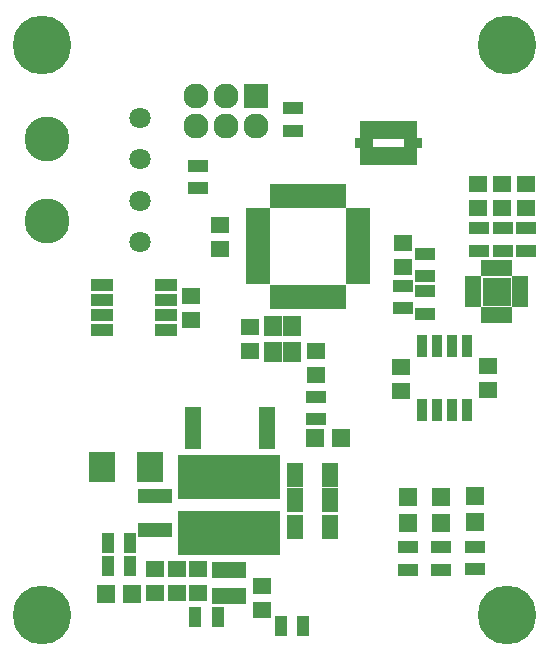
<source format=gbr>
G04 #@! TF.FileFunction,Soldermask,Top*
%FSLAX46Y46*%
G04 Gerber Fmt 4.6, Leading zero omitted, Abs format (unit mm)*
G04 Created by KiCad (PCBNEW 4.0.7-e2-6376~58~ubuntu16.04.1) date Sun Sep  2 10:05:10 2018*
%MOMM*%
%LPD*%
G01*
G04 APERTURE LIST*
%ADD10C,0.100000*%
%ADD11C,4.972000*%
%ADD12C,1.797000*%
%ADD13C,3.800000*%
%ADD14R,0.958800X1.949400*%
%ADD15R,1.650000X1.400000*%
%ADD16R,1.400000X2.000000*%
%ADD17R,2.178000X2.559000*%
%ADD18R,1.600000X1.600000*%
%ADD19R,2.900000X1.300000*%
%ADD20R,2.000000X0.950000*%
%ADD21R,0.950000X2.000000*%
%ADD22R,8.600000X3.700000*%
%ADD23R,2.127200X2.127200*%
%ADD24O,2.127200X2.127200*%
%ADD25R,1.700000X1.100000*%
%ADD26R,1.100000X1.700000*%
%ADD27R,1.400000X3.600000*%
%ADD28R,1.050000X1.460000*%
%ADD29R,1.950000X1.000000*%
%ADD30R,1.545000X0.950000*%
%ADD31R,0.950000X1.545000*%
%ADD32R,1.400000X0.750000*%
%ADD33R,0.750000X1.400000*%
%ADD34R,2.350000X2.350000*%
%ADD35R,1.600000X1.800000*%
G04 APERTURE END LIST*
D10*
D11*
X85984100Y-116692500D03*
X46614100Y-116692500D03*
X85984100Y-68432500D03*
X46614100Y-68432500D03*
D12*
X54869100Y-85112500D03*
X54869100Y-74612500D03*
D13*
X46959100Y-76362500D03*
D12*
X54869100Y-81612500D03*
X54869100Y-78112500D03*
D13*
X46959100Y-83362500D03*
D14*
X82524600Y-93962800D03*
X81254600Y-93962800D03*
X79984600Y-93962800D03*
X78714600Y-93962800D03*
X78714600Y-99322200D03*
X79984600Y-99322200D03*
X81254600Y-99322200D03*
X82524600Y-99322200D03*
D15*
X77000100Y-95706000D03*
X77000100Y-97706000D03*
X84302600Y-97642500D03*
X84302600Y-95642500D03*
X59784000Y-112838000D03*
X59784000Y-114838000D03*
X57984000Y-112838000D03*
X57984000Y-114838000D03*
X56184000Y-112838000D03*
X56184000Y-114838000D03*
X65214500Y-116282500D03*
X65214500Y-114282500D03*
D16*
X67965000Y-109291000D03*
X70965000Y-109291000D03*
X67965000Y-107005000D03*
X70965000Y-107005000D03*
X67965000Y-104846000D03*
X70965000Y-104846000D03*
D15*
X59196000Y-89694000D03*
X59196000Y-91694000D03*
X61633100Y-83688500D03*
X61633100Y-85688500D03*
X77127100Y-87212500D03*
X77127100Y-85212500D03*
X83477100Y-82212000D03*
X83477100Y-80212000D03*
X85509100Y-82212000D03*
X85509100Y-80212000D03*
X87541100Y-82212000D03*
X87541100Y-80212000D03*
X69761100Y-94372500D03*
X69761100Y-96372500D03*
X64173100Y-92340500D03*
X64173100Y-94340500D03*
D17*
X51652000Y-104138000D03*
X55716000Y-104138000D03*
D18*
X51984000Y-114938000D03*
X54184000Y-114938000D03*
X77567100Y-106743900D03*
X77567100Y-108943900D03*
X80361100Y-106743900D03*
X80361100Y-108943900D03*
X83223100Y-106591500D03*
X83223100Y-108791500D03*
X69677100Y-101722500D03*
X71877100Y-101722500D03*
D19*
X56114500Y-109532500D03*
X56114500Y-106632500D03*
D20*
X64852000Y-82687000D03*
X64852000Y-83487000D03*
X64852000Y-84287000D03*
X64852000Y-85087000D03*
X64852000Y-85887000D03*
X64852000Y-86687000D03*
X64852000Y-87487000D03*
X64852000Y-88287000D03*
D21*
X66302000Y-89737000D03*
X67102000Y-89737000D03*
X67902000Y-89737000D03*
X68702000Y-89737000D03*
X69502000Y-89737000D03*
X70302000Y-89737000D03*
X71102000Y-89737000D03*
X71902000Y-89737000D03*
D20*
X73352000Y-88287000D03*
X73352000Y-87487000D03*
X73352000Y-86687000D03*
X73352000Y-85887000D03*
X73352000Y-85087000D03*
X73352000Y-84287000D03*
X73352000Y-83487000D03*
X73352000Y-82687000D03*
D21*
X71902000Y-81237000D03*
X71102000Y-81237000D03*
X70302000Y-81237000D03*
X69502000Y-81237000D03*
X68702000Y-81237000D03*
X67902000Y-81237000D03*
X67102000Y-81237000D03*
X66302000Y-81237000D03*
D22*
X62420500Y-109728500D03*
X62420500Y-105028500D03*
D23*
X64681100Y-72750500D03*
D24*
X64681100Y-75290500D03*
X62141100Y-72750500D03*
X62141100Y-75290500D03*
X59601100Y-72750500D03*
X59601100Y-75290500D03*
D25*
X78968600Y-91179000D03*
X78968600Y-89279000D03*
X78968600Y-88004000D03*
X78968600Y-86104000D03*
D26*
X54034000Y-110638000D03*
X52134000Y-110638000D03*
D25*
X77567100Y-110957900D03*
X77567100Y-112857900D03*
X80361100Y-110957900D03*
X80361100Y-112857900D03*
D26*
X54034000Y-112538000D03*
X52134000Y-112538000D03*
D25*
X83223100Y-110932500D03*
X83223100Y-112832500D03*
D26*
X61434000Y-116838000D03*
X59534000Y-116838000D03*
X68679100Y-117597500D03*
X66779100Y-117597500D03*
D27*
X59384000Y-100838000D03*
X65584000Y-100838000D03*
D25*
X69761100Y-98232500D03*
X69761100Y-100132500D03*
X77127100Y-90734500D03*
X77127100Y-88834500D03*
X59822100Y-80558500D03*
X59822100Y-78658500D03*
D28*
X63345100Y-112882500D03*
X62395100Y-112882500D03*
X61445100Y-112882500D03*
X61445100Y-115082500D03*
X63345100Y-115082500D03*
X62395100Y-115082500D03*
D29*
X57094100Y-92562500D03*
X57094100Y-91292500D03*
X57094100Y-90022500D03*
X57094100Y-88752500D03*
X51694100Y-88752500D03*
X51694100Y-90022500D03*
X51694100Y-91292500D03*
X51694100Y-92562500D03*
D30*
X73823100Y-76767000D03*
X78018100Y-76767000D03*
D31*
X75520600Y-77864500D03*
X76320600Y-77864500D03*
X75520600Y-75669500D03*
X76320600Y-75669500D03*
X74720600Y-77864500D03*
X73920600Y-77864500D03*
X77120600Y-77864500D03*
X77920600Y-77864500D03*
X77120600Y-75669500D03*
X74720600Y-75669500D03*
X77920600Y-75669500D03*
X73920600Y-75669500D03*
D32*
X83064600Y-89015000D03*
X83064600Y-89665000D03*
X83064600Y-88365000D03*
X83064600Y-90315000D03*
X87064600Y-90315000D03*
X87064600Y-88365000D03*
X87064600Y-89665000D03*
X87064600Y-89015000D03*
D33*
X85389600Y-87340000D03*
X84739600Y-87340000D03*
X86039600Y-87340000D03*
X84089600Y-87340000D03*
D34*
X85064600Y-89340000D03*
D33*
X85389600Y-91340000D03*
X84739600Y-91340000D03*
X86039600Y-91340000D03*
X84089600Y-91340000D03*
D35*
X67767100Y-94440500D03*
X67767100Y-92240500D03*
X66167100Y-92240500D03*
X66167100Y-94440500D03*
D25*
X83604100Y-85845000D03*
X83604100Y-83945000D03*
X85572600Y-85845000D03*
X85572600Y-83945000D03*
X87541100Y-85845000D03*
X87541100Y-83945000D03*
X67792600Y-73785000D03*
X67792600Y-75685000D03*
M02*

</source>
